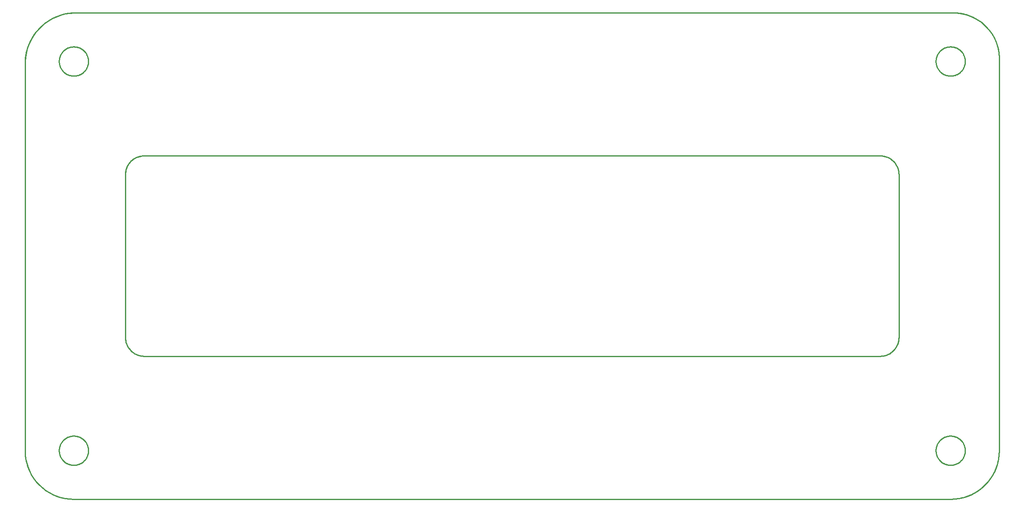
<source format=gko>
G04 EAGLE Gerber RS-274X export*
G75*
%MOMM*%
%FSLAX34Y34*%
%LPD*%
%IN*%
%IPPOS*%
%AMOC8*
5,1,8,0,0,1.08239X$1,22.5*%
G01*
%ADD10C,0.200000*%
%ADD11C,0.000000*%
%ADD12C,0.254000*%


D10*
X-1000000Y-400000D02*
X-999971Y-402416D01*
X-999883Y-404831D01*
X-999737Y-407243D01*
X-999533Y-409651D01*
X-999271Y-412054D01*
X-998951Y-414449D01*
X-998573Y-416836D01*
X-998137Y-419213D01*
X-997644Y-421578D01*
X-997094Y-423932D01*
X-996488Y-426271D01*
X-995825Y-428595D01*
X-995106Y-430902D01*
X-994331Y-433191D01*
X-993502Y-435460D01*
X-992617Y-437709D01*
X-991679Y-439936D01*
X-990687Y-442140D01*
X-989643Y-444319D01*
X-988546Y-446472D01*
X-987397Y-448598D01*
X-986197Y-450696D01*
X-984947Y-452764D01*
X-983647Y-454801D01*
X-982298Y-456806D01*
X-980902Y-458779D01*
X-979458Y-460716D01*
X-977967Y-462619D01*
X-976432Y-464484D01*
X-974851Y-466312D01*
X-973227Y-468102D01*
X-971560Y-469851D01*
X-969851Y-471560D01*
X-968102Y-473227D01*
X-966312Y-474851D01*
X-964484Y-476432D01*
X-962619Y-477967D01*
X-960716Y-479458D01*
X-958779Y-480902D01*
X-956806Y-482298D01*
X-954801Y-483647D01*
X-952764Y-484947D01*
X-950696Y-486197D01*
X-948598Y-487397D01*
X-946472Y-488546D01*
X-944319Y-489643D01*
X-942140Y-490687D01*
X-939936Y-491679D01*
X-937709Y-492617D01*
X-935460Y-493502D01*
X-933191Y-494331D01*
X-930902Y-495106D01*
X-928595Y-495825D01*
X-926271Y-496488D01*
X-923932Y-497094D01*
X-921578Y-497644D01*
X-919213Y-498137D01*
X-916836Y-498573D01*
X-914449Y-498951D01*
X-912054Y-499271D01*
X-909651Y-499533D01*
X-907243Y-499737D01*
X-904831Y-499883D01*
X-902416Y-499971D01*
X-900000Y-500000D01*
X900000Y-500000D01*
X902416Y-499971D01*
X904831Y-499883D01*
X907243Y-499737D01*
X909651Y-499533D01*
X912054Y-499271D01*
X914449Y-498951D01*
X916836Y-498573D01*
X919213Y-498137D01*
X921578Y-497644D01*
X923932Y-497094D01*
X926271Y-496488D01*
X928595Y-495825D01*
X930902Y-495106D01*
X933191Y-494331D01*
X935460Y-493502D01*
X937709Y-492617D01*
X939936Y-491679D01*
X942140Y-490687D01*
X944319Y-489643D01*
X946472Y-488546D01*
X948598Y-487397D01*
X950696Y-486197D01*
X952764Y-484947D01*
X954801Y-483647D01*
X956806Y-482298D01*
X958779Y-480902D01*
X960716Y-479458D01*
X962619Y-477967D01*
X964484Y-476432D01*
X966312Y-474851D01*
X968102Y-473227D01*
X969851Y-471560D01*
X971560Y-469851D01*
X973227Y-468102D01*
X974851Y-466312D01*
X976432Y-464484D01*
X977967Y-462619D01*
X979458Y-460716D01*
X980902Y-458779D01*
X982298Y-456806D01*
X983647Y-454801D01*
X984947Y-452764D01*
X986197Y-450696D01*
X987397Y-448598D01*
X988546Y-446472D01*
X989643Y-444319D01*
X990687Y-442140D01*
X991679Y-439936D01*
X992617Y-437709D01*
X993502Y-435460D01*
X994331Y-433191D01*
X995106Y-430902D01*
X995825Y-428595D01*
X996488Y-426271D01*
X997094Y-423932D01*
X997644Y-421578D01*
X998137Y-419213D01*
X998573Y-416836D01*
X998951Y-414449D01*
X999271Y-412054D01*
X999533Y-409651D01*
X999737Y-407243D01*
X999883Y-404831D01*
X999971Y-402416D01*
X1000000Y-400000D01*
X1000000Y400000D01*
X1000001Y400000D02*
X1000094Y402297D01*
X1000131Y404596D01*
X1000113Y406894D01*
X1000040Y409192D01*
X999911Y411487D01*
X999726Y413779D01*
X999486Y416065D01*
X999191Y418345D01*
X998841Y420617D01*
X998437Y422880D01*
X997977Y425133D01*
X997464Y427374D01*
X996896Y429601D01*
X996275Y431815D01*
X995600Y434013D01*
X994873Y436193D01*
X994093Y438356D01*
X993261Y440499D01*
X992377Y442621D01*
X991442Y444722D01*
X990457Y446799D01*
X989422Y448852D01*
X988338Y450879D01*
X987205Y452879D01*
X986024Y454851D01*
X984796Y456795D01*
X983521Y458708D01*
X982200Y460590D01*
X980835Y462439D01*
X979425Y464254D01*
X977971Y466035D01*
X976475Y467781D01*
X974937Y469490D01*
X973358Y471161D01*
X971740Y472793D01*
X970082Y474386D01*
X968386Y475939D01*
X966654Y477449D01*
X964885Y478918D01*
X963081Y480344D01*
X961244Y481725D01*
X959373Y483062D01*
X957471Y484353D01*
X955539Y485597D01*
X953576Y486795D01*
X951586Y487945D01*
X949568Y489047D01*
X947524Y490099D01*
X945455Y491102D01*
X943363Y492054D01*
X941248Y492956D01*
X939112Y493806D01*
X936956Y494604D01*
X934782Y495350D01*
X932590Y496043D01*
X930382Y496683D01*
X928159Y497270D01*
X925923Y497803D01*
X923674Y498281D01*
X921415Y498705D01*
X919146Y499074D01*
X916868Y499389D01*
X914584Y499648D01*
X912294Y499852D01*
X910000Y500001D01*
X910000Y500000D02*
X-890000Y500000D01*
X-892539Y500090D01*
X-895079Y500119D01*
X-897619Y500086D01*
X-900157Y499992D01*
X-902693Y499837D01*
X-905224Y499621D01*
X-907749Y499343D01*
X-910266Y499005D01*
X-912775Y498605D01*
X-915273Y498145D01*
X-917760Y497625D01*
X-920233Y497046D01*
X-922692Y496406D01*
X-925134Y495707D01*
X-927558Y494950D01*
X-929964Y494134D01*
X-932349Y493260D01*
X-934713Y492329D01*
X-937053Y491341D01*
X-939369Y490297D01*
X-941658Y489197D01*
X-943921Y488042D01*
X-946155Y486832D01*
X-948359Y485569D01*
X-950532Y484254D01*
X-952672Y482886D01*
X-954779Y481466D01*
X-956851Y479997D01*
X-958887Y478477D01*
X-960885Y476909D01*
X-962845Y475293D01*
X-964766Y473630D01*
X-966645Y471922D01*
X-968483Y470168D01*
X-970278Y468370D01*
X-972029Y466530D01*
X-973735Y464648D01*
X-975395Y462725D01*
X-977008Y460763D01*
X-978573Y458762D01*
X-980089Y456724D01*
X-981556Y454650D01*
X-982972Y452541D01*
X-984337Y450398D01*
X-985649Y448223D01*
X-986909Y446017D01*
X-988115Y443781D01*
X-989266Y441517D01*
X-990363Y439226D01*
X-991404Y436909D01*
X-992388Y434567D01*
X-993316Y432202D01*
X-994186Y429816D01*
X-994998Y427409D01*
X-995752Y424983D01*
X-996447Y422540D01*
X-997083Y420080D01*
X-997659Y417606D01*
X-998176Y415119D01*
X-998632Y412620D01*
X-999027Y410111D01*
X-999362Y407593D01*
X-999636Y405067D01*
X-999849Y402536D01*
X-1000000Y400000D01*
X-1000000Y-400000D01*
X-794000Y-167500D02*
X-794000Y167500D01*
X-755500Y-206000D02*
X755500Y-206000D01*
X794000Y-167500D02*
X794000Y167500D01*
X755500Y206000D02*
X-755500Y206000D01*
X-794000Y-167500D02*
X-793989Y-168430D01*
X-793955Y-169360D01*
X-793899Y-170289D01*
X-793820Y-171216D01*
X-793719Y-172141D01*
X-793596Y-173063D01*
X-793450Y-173982D01*
X-793283Y-174897D01*
X-793093Y-175808D01*
X-792881Y-176714D01*
X-792648Y-177614D01*
X-792392Y-178509D01*
X-792116Y-179397D01*
X-791818Y-180278D01*
X-791498Y-181152D01*
X-791158Y-182018D01*
X-790796Y-182876D01*
X-790415Y-183724D01*
X-790012Y-184563D01*
X-789590Y-185392D01*
X-789148Y-186210D01*
X-788686Y-187018D01*
X-788205Y-187814D01*
X-787704Y-188598D01*
X-787185Y-189370D01*
X-786647Y-190130D01*
X-786091Y-190876D01*
X-785517Y-191608D01*
X-784926Y-192326D01*
X-784318Y-193030D01*
X-783692Y-193719D01*
X-783051Y-194393D01*
X-782393Y-195051D01*
X-781719Y-195692D01*
X-781030Y-196318D01*
X-780326Y-196926D01*
X-779608Y-197517D01*
X-778876Y-198091D01*
X-778130Y-198647D01*
X-777370Y-199185D01*
X-776598Y-199704D01*
X-775814Y-200205D01*
X-775018Y-200686D01*
X-774210Y-201148D01*
X-773392Y-201590D01*
X-772563Y-202012D01*
X-771724Y-202415D01*
X-770876Y-202796D01*
X-770018Y-203158D01*
X-769152Y-203498D01*
X-768278Y-203818D01*
X-767397Y-204116D01*
X-766509Y-204392D01*
X-765614Y-204648D01*
X-764714Y-204881D01*
X-763808Y-205093D01*
X-762897Y-205283D01*
X-761982Y-205450D01*
X-761063Y-205596D01*
X-760141Y-205719D01*
X-759216Y-205820D01*
X-758289Y-205899D01*
X-757360Y-205955D01*
X-756430Y-205989D01*
X-755500Y-206000D01*
D11*
X-930000Y400000D02*
X-929991Y400736D01*
X-929964Y401472D01*
X-929919Y402207D01*
X-929856Y402941D01*
X-929774Y403672D01*
X-929675Y404402D01*
X-929558Y405129D01*
X-929424Y405853D01*
X-929271Y406573D01*
X-929101Y407289D01*
X-928913Y408001D01*
X-928708Y408709D01*
X-928486Y409410D01*
X-928246Y410107D01*
X-927990Y410797D01*
X-927716Y411481D01*
X-927426Y412157D01*
X-927120Y412827D01*
X-926797Y413488D01*
X-926458Y414142D01*
X-926103Y414787D01*
X-925732Y415423D01*
X-925346Y416050D01*
X-924944Y416667D01*
X-924528Y417274D01*
X-924096Y417871D01*
X-923650Y418457D01*
X-923190Y419032D01*
X-922716Y419595D01*
X-922229Y420147D01*
X-921727Y420686D01*
X-921213Y421213D01*
X-920686Y421727D01*
X-920147Y422229D01*
X-919595Y422716D01*
X-919032Y423190D01*
X-918457Y423650D01*
X-917871Y424096D01*
X-917274Y424528D01*
X-916667Y424944D01*
X-916050Y425346D01*
X-915423Y425732D01*
X-914787Y426103D01*
X-914142Y426458D01*
X-913488Y426797D01*
X-912827Y427120D01*
X-912157Y427426D01*
X-911481Y427716D01*
X-910797Y427990D01*
X-910107Y428246D01*
X-909410Y428486D01*
X-908709Y428708D01*
X-908001Y428913D01*
X-907289Y429101D01*
X-906573Y429271D01*
X-905853Y429424D01*
X-905129Y429558D01*
X-904402Y429675D01*
X-903672Y429774D01*
X-902941Y429856D01*
X-902207Y429919D01*
X-901472Y429964D01*
X-900736Y429991D01*
X-900000Y430000D01*
X-899264Y429991D01*
X-898528Y429964D01*
X-897793Y429919D01*
X-897059Y429856D01*
X-896328Y429774D01*
X-895598Y429675D01*
X-894871Y429558D01*
X-894147Y429424D01*
X-893427Y429271D01*
X-892711Y429101D01*
X-891999Y428913D01*
X-891291Y428708D01*
X-890590Y428486D01*
X-889893Y428246D01*
X-889203Y427990D01*
X-888519Y427716D01*
X-887843Y427426D01*
X-887173Y427120D01*
X-886512Y426797D01*
X-885858Y426458D01*
X-885213Y426103D01*
X-884577Y425732D01*
X-883950Y425346D01*
X-883333Y424944D01*
X-882726Y424528D01*
X-882129Y424096D01*
X-881543Y423650D01*
X-880968Y423190D01*
X-880405Y422716D01*
X-879853Y422229D01*
X-879314Y421727D01*
X-878787Y421213D01*
X-878273Y420686D01*
X-877771Y420147D01*
X-877284Y419595D01*
X-876810Y419032D01*
X-876350Y418457D01*
X-875904Y417871D01*
X-875472Y417274D01*
X-875056Y416667D01*
X-874654Y416050D01*
X-874268Y415423D01*
X-873897Y414787D01*
X-873542Y414142D01*
X-873203Y413488D01*
X-872880Y412827D01*
X-872574Y412157D01*
X-872284Y411481D01*
X-872010Y410797D01*
X-871754Y410107D01*
X-871514Y409410D01*
X-871292Y408709D01*
X-871087Y408001D01*
X-870899Y407289D01*
X-870729Y406573D01*
X-870576Y405853D01*
X-870442Y405129D01*
X-870325Y404402D01*
X-870226Y403672D01*
X-870144Y402941D01*
X-870081Y402207D01*
X-870036Y401472D01*
X-870009Y400736D01*
X-870000Y400000D01*
X-870009Y399264D01*
X-870036Y398528D01*
X-870081Y397793D01*
X-870144Y397059D01*
X-870226Y396328D01*
X-870325Y395598D01*
X-870442Y394871D01*
X-870576Y394147D01*
X-870729Y393427D01*
X-870899Y392711D01*
X-871087Y391999D01*
X-871292Y391291D01*
X-871514Y390590D01*
X-871754Y389893D01*
X-872010Y389203D01*
X-872284Y388519D01*
X-872574Y387843D01*
X-872880Y387173D01*
X-873203Y386512D01*
X-873542Y385858D01*
X-873897Y385213D01*
X-874268Y384577D01*
X-874654Y383950D01*
X-875056Y383333D01*
X-875472Y382726D01*
X-875904Y382129D01*
X-876350Y381543D01*
X-876810Y380968D01*
X-877284Y380405D01*
X-877771Y379853D01*
X-878273Y379314D01*
X-878787Y378787D01*
X-879314Y378273D01*
X-879853Y377771D01*
X-880405Y377284D01*
X-880968Y376810D01*
X-881543Y376350D01*
X-882129Y375904D01*
X-882726Y375472D01*
X-883333Y375056D01*
X-883950Y374654D01*
X-884577Y374268D01*
X-885213Y373897D01*
X-885858Y373542D01*
X-886512Y373203D01*
X-887173Y372880D01*
X-887843Y372574D01*
X-888519Y372284D01*
X-889203Y372010D01*
X-889893Y371754D01*
X-890590Y371514D01*
X-891291Y371292D01*
X-891999Y371087D01*
X-892711Y370899D01*
X-893427Y370729D01*
X-894147Y370576D01*
X-894871Y370442D01*
X-895598Y370325D01*
X-896328Y370226D01*
X-897059Y370144D01*
X-897793Y370081D01*
X-898528Y370036D01*
X-899264Y370009D01*
X-900000Y370000D01*
X-900736Y370009D01*
X-901472Y370036D01*
X-902207Y370081D01*
X-902941Y370144D01*
X-903672Y370226D01*
X-904402Y370325D01*
X-905129Y370442D01*
X-905853Y370576D01*
X-906573Y370729D01*
X-907289Y370899D01*
X-908001Y371087D01*
X-908709Y371292D01*
X-909410Y371514D01*
X-910107Y371754D01*
X-910797Y372010D01*
X-911481Y372284D01*
X-912157Y372574D01*
X-912827Y372880D01*
X-913488Y373203D01*
X-914142Y373542D01*
X-914787Y373897D01*
X-915423Y374268D01*
X-916050Y374654D01*
X-916667Y375056D01*
X-917274Y375472D01*
X-917871Y375904D01*
X-918457Y376350D01*
X-919032Y376810D01*
X-919595Y377284D01*
X-920147Y377771D01*
X-920686Y378273D01*
X-921213Y378787D01*
X-921727Y379314D01*
X-922229Y379853D01*
X-922716Y380405D01*
X-923190Y380968D01*
X-923650Y381543D01*
X-924096Y382129D01*
X-924528Y382726D01*
X-924944Y383333D01*
X-925346Y383950D01*
X-925732Y384577D01*
X-926103Y385213D01*
X-926458Y385858D01*
X-926797Y386512D01*
X-927120Y387173D01*
X-927426Y387843D01*
X-927716Y388519D01*
X-927990Y389203D01*
X-928246Y389893D01*
X-928486Y390590D01*
X-928708Y391291D01*
X-928913Y391999D01*
X-929101Y392711D01*
X-929271Y393427D01*
X-929424Y394147D01*
X-929558Y394871D01*
X-929675Y395598D01*
X-929774Y396328D01*
X-929856Y397059D01*
X-929919Y397793D01*
X-929964Y398528D01*
X-929991Y399264D01*
X-930000Y400000D01*
X870000Y400000D02*
X870009Y400736D01*
X870036Y401472D01*
X870081Y402207D01*
X870144Y402941D01*
X870226Y403672D01*
X870325Y404402D01*
X870442Y405129D01*
X870576Y405853D01*
X870729Y406573D01*
X870899Y407289D01*
X871087Y408001D01*
X871292Y408709D01*
X871514Y409410D01*
X871754Y410107D01*
X872010Y410797D01*
X872284Y411481D01*
X872574Y412157D01*
X872880Y412827D01*
X873203Y413488D01*
X873542Y414142D01*
X873897Y414787D01*
X874268Y415423D01*
X874654Y416050D01*
X875056Y416667D01*
X875472Y417274D01*
X875904Y417871D01*
X876350Y418457D01*
X876810Y419032D01*
X877284Y419595D01*
X877771Y420147D01*
X878273Y420686D01*
X878787Y421213D01*
X879314Y421727D01*
X879853Y422229D01*
X880405Y422716D01*
X880968Y423190D01*
X881543Y423650D01*
X882129Y424096D01*
X882726Y424528D01*
X883333Y424944D01*
X883950Y425346D01*
X884577Y425732D01*
X885213Y426103D01*
X885858Y426458D01*
X886512Y426797D01*
X887173Y427120D01*
X887843Y427426D01*
X888519Y427716D01*
X889203Y427990D01*
X889893Y428246D01*
X890590Y428486D01*
X891291Y428708D01*
X891999Y428913D01*
X892711Y429101D01*
X893427Y429271D01*
X894147Y429424D01*
X894871Y429558D01*
X895598Y429675D01*
X896328Y429774D01*
X897059Y429856D01*
X897793Y429919D01*
X898528Y429964D01*
X899264Y429991D01*
X900000Y430000D01*
X900736Y429991D01*
X901472Y429964D01*
X902207Y429919D01*
X902941Y429856D01*
X903672Y429774D01*
X904402Y429675D01*
X905129Y429558D01*
X905853Y429424D01*
X906573Y429271D01*
X907289Y429101D01*
X908001Y428913D01*
X908709Y428708D01*
X909410Y428486D01*
X910107Y428246D01*
X910797Y427990D01*
X911481Y427716D01*
X912157Y427426D01*
X912827Y427120D01*
X913488Y426797D01*
X914142Y426458D01*
X914787Y426103D01*
X915423Y425732D01*
X916050Y425346D01*
X916667Y424944D01*
X917274Y424528D01*
X917871Y424096D01*
X918457Y423650D01*
X919032Y423190D01*
X919595Y422716D01*
X920147Y422229D01*
X920686Y421727D01*
X921213Y421213D01*
X921727Y420686D01*
X922229Y420147D01*
X922716Y419595D01*
X923190Y419032D01*
X923650Y418457D01*
X924096Y417871D01*
X924528Y417274D01*
X924944Y416667D01*
X925346Y416050D01*
X925732Y415423D01*
X926103Y414787D01*
X926458Y414142D01*
X926797Y413488D01*
X927120Y412827D01*
X927426Y412157D01*
X927716Y411481D01*
X927990Y410797D01*
X928246Y410107D01*
X928486Y409410D01*
X928708Y408709D01*
X928913Y408001D01*
X929101Y407289D01*
X929271Y406573D01*
X929424Y405853D01*
X929558Y405129D01*
X929675Y404402D01*
X929774Y403672D01*
X929856Y402941D01*
X929919Y402207D01*
X929964Y401472D01*
X929991Y400736D01*
X930000Y400000D01*
X929991Y399264D01*
X929964Y398528D01*
X929919Y397793D01*
X929856Y397059D01*
X929774Y396328D01*
X929675Y395598D01*
X929558Y394871D01*
X929424Y394147D01*
X929271Y393427D01*
X929101Y392711D01*
X928913Y391999D01*
X928708Y391291D01*
X928486Y390590D01*
X928246Y389893D01*
X927990Y389203D01*
X927716Y388519D01*
X927426Y387843D01*
X927120Y387173D01*
X926797Y386512D01*
X926458Y385858D01*
X926103Y385213D01*
X925732Y384577D01*
X925346Y383950D01*
X924944Y383333D01*
X924528Y382726D01*
X924096Y382129D01*
X923650Y381543D01*
X923190Y380968D01*
X922716Y380405D01*
X922229Y379853D01*
X921727Y379314D01*
X921213Y378787D01*
X920686Y378273D01*
X920147Y377771D01*
X919595Y377284D01*
X919032Y376810D01*
X918457Y376350D01*
X917871Y375904D01*
X917274Y375472D01*
X916667Y375056D01*
X916050Y374654D01*
X915423Y374268D01*
X914787Y373897D01*
X914142Y373542D01*
X913488Y373203D01*
X912827Y372880D01*
X912157Y372574D01*
X911481Y372284D01*
X910797Y372010D01*
X910107Y371754D01*
X909410Y371514D01*
X908709Y371292D01*
X908001Y371087D01*
X907289Y370899D01*
X906573Y370729D01*
X905853Y370576D01*
X905129Y370442D01*
X904402Y370325D01*
X903672Y370226D01*
X902941Y370144D01*
X902207Y370081D01*
X901472Y370036D01*
X900736Y370009D01*
X900000Y370000D01*
X899264Y370009D01*
X898528Y370036D01*
X897793Y370081D01*
X897059Y370144D01*
X896328Y370226D01*
X895598Y370325D01*
X894871Y370442D01*
X894147Y370576D01*
X893427Y370729D01*
X892711Y370899D01*
X891999Y371087D01*
X891291Y371292D01*
X890590Y371514D01*
X889893Y371754D01*
X889203Y372010D01*
X888519Y372284D01*
X887843Y372574D01*
X887173Y372880D01*
X886512Y373203D01*
X885858Y373542D01*
X885213Y373897D01*
X884577Y374268D01*
X883950Y374654D01*
X883333Y375056D01*
X882726Y375472D01*
X882129Y375904D01*
X881543Y376350D01*
X880968Y376810D01*
X880405Y377284D01*
X879853Y377771D01*
X879314Y378273D01*
X878787Y378787D01*
X878273Y379314D01*
X877771Y379853D01*
X877284Y380405D01*
X876810Y380968D01*
X876350Y381543D01*
X875904Y382129D01*
X875472Y382726D01*
X875056Y383333D01*
X874654Y383950D01*
X874268Y384577D01*
X873897Y385213D01*
X873542Y385858D01*
X873203Y386512D01*
X872880Y387173D01*
X872574Y387843D01*
X872284Y388519D01*
X872010Y389203D01*
X871754Y389893D01*
X871514Y390590D01*
X871292Y391291D01*
X871087Y391999D01*
X870899Y392711D01*
X870729Y393427D01*
X870576Y394147D01*
X870442Y394871D01*
X870325Y395598D01*
X870226Y396328D01*
X870144Y397059D01*
X870081Y397793D01*
X870036Y398528D01*
X870009Y399264D01*
X870000Y400000D01*
X870000Y-400000D02*
X870009Y-399264D01*
X870036Y-398528D01*
X870081Y-397793D01*
X870144Y-397059D01*
X870226Y-396328D01*
X870325Y-395598D01*
X870442Y-394871D01*
X870576Y-394147D01*
X870729Y-393427D01*
X870899Y-392711D01*
X871087Y-391999D01*
X871292Y-391291D01*
X871514Y-390590D01*
X871754Y-389893D01*
X872010Y-389203D01*
X872284Y-388519D01*
X872574Y-387843D01*
X872880Y-387173D01*
X873203Y-386512D01*
X873542Y-385858D01*
X873897Y-385213D01*
X874268Y-384577D01*
X874654Y-383950D01*
X875056Y-383333D01*
X875472Y-382726D01*
X875904Y-382129D01*
X876350Y-381543D01*
X876810Y-380968D01*
X877284Y-380405D01*
X877771Y-379853D01*
X878273Y-379314D01*
X878787Y-378787D01*
X879314Y-378273D01*
X879853Y-377771D01*
X880405Y-377284D01*
X880968Y-376810D01*
X881543Y-376350D01*
X882129Y-375904D01*
X882726Y-375472D01*
X883333Y-375056D01*
X883950Y-374654D01*
X884577Y-374268D01*
X885213Y-373897D01*
X885858Y-373542D01*
X886512Y-373203D01*
X887173Y-372880D01*
X887843Y-372574D01*
X888519Y-372284D01*
X889203Y-372010D01*
X889893Y-371754D01*
X890590Y-371514D01*
X891291Y-371292D01*
X891999Y-371087D01*
X892711Y-370899D01*
X893427Y-370729D01*
X894147Y-370576D01*
X894871Y-370442D01*
X895598Y-370325D01*
X896328Y-370226D01*
X897059Y-370144D01*
X897793Y-370081D01*
X898528Y-370036D01*
X899264Y-370009D01*
X900000Y-370000D01*
X900736Y-370009D01*
X901472Y-370036D01*
X902207Y-370081D01*
X902941Y-370144D01*
X903672Y-370226D01*
X904402Y-370325D01*
X905129Y-370442D01*
X905853Y-370576D01*
X906573Y-370729D01*
X907289Y-370899D01*
X908001Y-371087D01*
X908709Y-371292D01*
X909410Y-371514D01*
X910107Y-371754D01*
X910797Y-372010D01*
X911481Y-372284D01*
X912157Y-372574D01*
X912827Y-372880D01*
X913488Y-373203D01*
X914142Y-373542D01*
X914787Y-373897D01*
X915423Y-374268D01*
X916050Y-374654D01*
X916667Y-375056D01*
X917274Y-375472D01*
X917871Y-375904D01*
X918457Y-376350D01*
X919032Y-376810D01*
X919595Y-377284D01*
X920147Y-377771D01*
X920686Y-378273D01*
X921213Y-378787D01*
X921727Y-379314D01*
X922229Y-379853D01*
X922716Y-380405D01*
X923190Y-380968D01*
X923650Y-381543D01*
X924096Y-382129D01*
X924528Y-382726D01*
X924944Y-383333D01*
X925346Y-383950D01*
X925732Y-384577D01*
X926103Y-385213D01*
X926458Y-385858D01*
X926797Y-386512D01*
X927120Y-387173D01*
X927426Y-387843D01*
X927716Y-388519D01*
X927990Y-389203D01*
X928246Y-389893D01*
X928486Y-390590D01*
X928708Y-391291D01*
X928913Y-391999D01*
X929101Y-392711D01*
X929271Y-393427D01*
X929424Y-394147D01*
X929558Y-394871D01*
X929675Y-395598D01*
X929774Y-396328D01*
X929856Y-397059D01*
X929919Y-397793D01*
X929964Y-398528D01*
X929991Y-399264D01*
X930000Y-400000D01*
X929991Y-400736D01*
X929964Y-401472D01*
X929919Y-402207D01*
X929856Y-402941D01*
X929774Y-403672D01*
X929675Y-404402D01*
X929558Y-405129D01*
X929424Y-405853D01*
X929271Y-406573D01*
X929101Y-407289D01*
X928913Y-408001D01*
X928708Y-408709D01*
X928486Y-409410D01*
X928246Y-410107D01*
X927990Y-410797D01*
X927716Y-411481D01*
X927426Y-412157D01*
X927120Y-412827D01*
X926797Y-413488D01*
X926458Y-414142D01*
X926103Y-414787D01*
X925732Y-415423D01*
X925346Y-416050D01*
X924944Y-416667D01*
X924528Y-417274D01*
X924096Y-417871D01*
X923650Y-418457D01*
X923190Y-419032D01*
X922716Y-419595D01*
X922229Y-420147D01*
X921727Y-420686D01*
X921213Y-421213D01*
X920686Y-421727D01*
X920147Y-422229D01*
X919595Y-422716D01*
X919032Y-423190D01*
X918457Y-423650D01*
X917871Y-424096D01*
X917274Y-424528D01*
X916667Y-424944D01*
X916050Y-425346D01*
X915423Y-425732D01*
X914787Y-426103D01*
X914142Y-426458D01*
X913488Y-426797D01*
X912827Y-427120D01*
X912157Y-427426D01*
X911481Y-427716D01*
X910797Y-427990D01*
X910107Y-428246D01*
X909410Y-428486D01*
X908709Y-428708D01*
X908001Y-428913D01*
X907289Y-429101D01*
X906573Y-429271D01*
X905853Y-429424D01*
X905129Y-429558D01*
X904402Y-429675D01*
X903672Y-429774D01*
X902941Y-429856D01*
X902207Y-429919D01*
X901472Y-429964D01*
X900736Y-429991D01*
X900000Y-430000D01*
X899264Y-429991D01*
X898528Y-429964D01*
X897793Y-429919D01*
X897059Y-429856D01*
X896328Y-429774D01*
X895598Y-429675D01*
X894871Y-429558D01*
X894147Y-429424D01*
X893427Y-429271D01*
X892711Y-429101D01*
X891999Y-428913D01*
X891291Y-428708D01*
X890590Y-428486D01*
X889893Y-428246D01*
X889203Y-427990D01*
X888519Y-427716D01*
X887843Y-427426D01*
X887173Y-427120D01*
X886512Y-426797D01*
X885858Y-426458D01*
X885213Y-426103D01*
X884577Y-425732D01*
X883950Y-425346D01*
X883333Y-424944D01*
X882726Y-424528D01*
X882129Y-424096D01*
X881543Y-423650D01*
X880968Y-423190D01*
X880405Y-422716D01*
X879853Y-422229D01*
X879314Y-421727D01*
X878787Y-421213D01*
X878273Y-420686D01*
X877771Y-420147D01*
X877284Y-419595D01*
X876810Y-419032D01*
X876350Y-418457D01*
X875904Y-417871D01*
X875472Y-417274D01*
X875056Y-416667D01*
X874654Y-416050D01*
X874268Y-415423D01*
X873897Y-414787D01*
X873542Y-414142D01*
X873203Y-413488D01*
X872880Y-412827D01*
X872574Y-412157D01*
X872284Y-411481D01*
X872010Y-410797D01*
X871754Y-410107D01*
X871514Y-409410D01*
X871292Y-408709D01*
X871087Y-408001D01*
X870899Y-407289D01*
X870729Y-406573D01*
X870576Y-405853D01*
X870442Y-405129D01*
X870325Y-404402D01*
X870226Y-403672D01*
X870144Y-402941D01*
X870081Y-402207D01*
X870036Y-401472D01*
X870009Y-400736D01*
X870000Y-400000D01*
X-930000Y-400000D02*
X-929991Y-399264D01*
X-929964Y-398528D01*
X-929919Y-397793D01*
X-929856Y-397059D01*
X-929774Y-396328D01*
X-929675Y-395598D01*
X-929558Y-394871D01*
X-929424Y-394147D01*
X-929271Y-393427D01*
X-929101Y-392711D01*
X-928913Y-391999D01*
X-928708Y-391291D01*
X-928486Y-390590D01*
X-928246Y-389893D01*
X-927990Y-389203D01*
X-927716Y-388519D01*
X-927426Y-387843D01*
X-927120Y-387173D01*
X-926797Y-386512D01*
X-926458Y-385858D01*
X-926103Y-385213D01*
X-925732Y-384577D01*
X-925346Y-383950D01*
X-924944Y-383333D01*
X-924528Y-382726D01*
X-924096Y-382129D01*
X-923650Y-381543D01*
X-923190Y-380968D01*
X-922716Y-380405D01*
X-922229Y-379853D01*
X-921727Y-379314D01*
X-921213Y-378787D01*
X-920686Y-378273D01*
X-920147Y-377771D01*
X-919595Y-377284D01*
X-919032Y-376810D01*
X-918457Y-376350D01*
X-917871Y-375904D01*
X-917274Y-375472D01*
X-916667Y-375056D01*
X-916050Y-374654D01*
X-915423Y-374268D01*
X-914787Y-373897D01*
X-914142Y-373542D01*
X-913488Y-373203D01*
X-912827Y-372880D01*
X-912157Y-372574D01*
X-911481Y-372284D01*
X-910797Y-372010D01*
X-910107Y-371754D01*
X-909410Y-371514D01*
X-908709Y-371292D01*
X-908001Y-371087D01*
X-907289Y-370899D01*
X-906573Y-370729D01*
X-905853Y-370576D01*
X-905129Y-370442D01*
X-904402Y-370325D01*
X-903672Y-370226D01*
X-902941Y-370144D01*
X-902207Y-370081D01*
X-901472Y-370036D01*
X-900736Y-370009D01*
X-900000Y-370000D01*
X-899264Y-370009D01*
X-898528Y-370036D01*
X-897793Y-370081D01*
X-897059Y-370144D01*
X-896328Y-370226D01*
X-895598Y-370325D01*
X-894871Y-370442D01*
X-894147Y-370576D01*
X-893427Y-370729D01*
X-892711Y-370899D01*
X-891999Y-371087D01*
X-891291Y-371292D01*
X-890590Y-371514D01*
X-889893Y-371754D01*
X-889203Y-372010D01*
X-888519Y-372284D01*
X-887843Y-372574D01*
X-887173Y-372880D01*
X-886512Y-373203D01*
X-885858Y-373542D01*
X-885213Y-373897D01*
X-884577Y-374268D01*
X-883950Y-374654D01*
X-883333Y-375056D01*
X-882726Y-375472D01*
X-882129Y-375904D01*
X-881543Y-376350D01*
X-880968Y-376810D01*
X-880405Y-377284D01*
X-879853Y-377771D01*
X-879314Y-378273D01*
X-878787Y-378787D01*
X-878273Y-379314D01*
X-877771Y-379853D01*
X-877284Y-380405D01*
X-876810Y-380968D01*
X-876350Y-381543D01*
X-875904Y-382129D01*
X-875472Y-382726D01*
X-875056Y-383333D01*
X-874654Y-383950D01*
X-874268Y-384577D01*
X-873897Y-385213D01*
X-873542Y-385858D01*
X-873203Y-386512D01*
X-872880Y-387173D01*
X-872574Y-387843D01*
X-872284Y-388519D01*
X-872010Y-389203D01*
X-871754Y-389893D01*
X-871514Y-390590D01*
X-871292Y-391291D01*
X-871087Y-391999D01*
X-870899Y-392711D01*
X-870729Y-393427D01*
X-870576Y-394147D01*
X-870442Y-394871D01*
X-870325Y-395598D01*
X-870226Y-396328D01*
X-870144Y-397059D01*
X-870081Y-397793D01*
X-870036Y-398528D01*
X-870009Y-399264D01*
X-870000Y-400000D01*
X-870009Y-400736D01*
X-870036Y-401472D01*
X-870081Y-402207D01*
X-870144Y-402941D01*
X-870226Y-403672D01*
X-870325Y-404402D01*
X-870442Y-405129D01*
X-870576Y-405853D01*
X-870729Y-406573D01*
X-870899Y-407289D01*
X-871087Y-408001D01*
X-871292Y-408709D01*
X-871514Y-409410D01*
X-871754Y-410107D01*
X-872010Y-410797D01*
X-872284Y-411481D01*
X-872574Y-412157D01*
X-872880Y-412827D01*
X-873203Y-413488D01*
X-873542Y-414142D01*
X-873897Y-414787D01*
X-874268Y-415423D01*
X-874654Y-416050D01*
X-875056Y-416667D01*
X-875472Y-417274D01*
X-875904Y-417871D01*
X-876350Y-418457D01*
X-876810Y-419032D01*
X-877284Y-419595D01*
X-877771Y-420147D01*
X-878273Y-420686D01*
X-878787Y-421213D01*
X-879314Y-421727D01*
X-879853Y-422229D01*
X-880405Y-422716D01*
X-880968Y-423190D01*
X-881543Y-423650D01*
X-882129Y-424096D01*
X-882726Y-424528D01*
X-883333Y-424944D01*
X-883950Y-425346D01*
X-884577Y-425732D01*
X-885213Y-426103D01*
X-885858Y-426458D01*
X-886512Y-426797D01*
X-887173Y-427120D01*
X-887843Y-427426D01*
X-888519Y-427716D01*
X-889203Y-427990D01*
X-889893Y-428246D01*
X-890590Y-428486D01*
X-891291Y-428708D01*
X-891999Y-428913D01*
X-892711Y-429101D01*
X-893427Y-429271D01*
X-894147Y-429424D01*
X-894871Y-429558D01*
X-895598Y-429675D01*
X-896328Y-429774D01*
X-897059Y-429856D01*
X-897793Y-429919D01*
X-898528Y-429964D01*
X-899264Y-429991D01*
X-900000Y-430000D01*
X-900736Y-429991D01*
X-901472Y-429964D01*
X-902207Y-429919D01*
X-902941Y-429856D01*
X-903672Y-429774D01*
X-904402Y-429675D01*
X-905129Y-429558D01*
X-905853Y-429424D01*
X-906573Y-429271D01*
X-907289Y-429101D01*
X-908001Y-428913D01*
X-908709Y-428708D01*
X-909410Y-428486D01*
X-910107Y-428246D01*
X-910797Y-427990D01*
X-911481Y-427716D01*
X-912157Y-427426D01*
X-912827Y-427120D01*
X-913488Y-426797D01*
X-914142Y-426458D01*
X-914787Y-426103D01*
X-915423Y-425732D01*
X-916050Y-425346D01*
X-916667Y-424944D01*
X-917274Y-424528D01*
X-917871Y-424096D01*
X-918457Y-423650D01*
X-919032Y-423190D01*
X-919595Y-422716D01*
X-920147Y-422229D01*
X-920686Y-421727D01*
X-921213Y-421213D01*
X-921727Y-420686D01*
X-922229Y-420147D01*
X-922716Y-419595D01*
X-923190Y-419032D01*
X-923650Y-418457D01*
X-924096Y-417871D01*
X-924528Y-417274D01*
X-924944Y-416667D01*
X-925346Y-416050D01*
X-925732Y-415423D01*
X-926103Y-414787D01*
X-926458Y-414142D01*
X-926797Y-413488D01*
X-927120Y-412827D01*
X-927426Y-412157D01*
X-927716Y-411481D01*
X-927990Y-410797D01*
X-928246Y-410107D01*
X-928486Y-409410D01*
X-928708Y-408709D01*
X-928913Y-408001D01*
X-929101Y-407289D01*
X-929271Y-406573D01*
X-929424Y-405853D01*
X-929558Y-405129D01*
X-929675Y-404402D01*
X-929774Y-403672D01*
X-929856Y-402941D01*
X-929919Y-402207D01*
X-929964Y-401472D01*
X-929991Y-400736D01*
X-930000Y-400000D01*
D10*
X755500Y-206000D02*
X756430Y-205989D01*
X757360Y-205955D01*
X758289Y-205899D01*
X759216Y-205820D01*
X760141Y-205719D01*
X761063Y-205596D01*
X761982Y-205450D01*
X762897Y-205283D01*
X763808Y-205093D01*
X764714Y-204881D01*
X765614Y-204648D01*
X766509Y-204392D01*
X767397Y-204116D01*
X768278Y-203818D01*
X769152Y-203498D01*
X770018Y-203158D01*
X770876Y-202796D01*
X771724Y-202415D01*
X772563Y-202012D01*
X773392Y-201590D01*
X774210Y-201148D01*
X775018Y-200686D01*
X775814Y-200205D01*
X776598Y-199704D01*
X777370Y-199185D01*
X778130Y-198647D01*
X778876Y-198091D01*
X779608Y-197517D01*
X780326Y-196926D01*
X781030Y-196318D01*
X781719Y-195692D01*
X782393Y-195051D01*
X783051Y-194393D01*
X783692Y-193719D01*
X784318Y-193030D01*
X784926Y-192326D01*
X785517Y-191608D01*
X786091Y-190876D01*
X786647Y-190130D01*
X787185Y-189370D01*
X787704Y-188598D01*
X788205Y-187814D01*
X788686Y-187018D01*
X789148Y-186210D01*
X789590Y-185392D01*
X790012Y-184563D01*
X790415Y-183724D01*
X790796Y-182876D01*
X791158Y-182018D01*
X791498Y-181152D01*
X791818Y-180278D01*
X792116Y-179397D01*
X792392Y-178509D01*
X792648Y-177614D01*
X792881Y-176714D01*
X793093Y-175808D01*
X793283Y-174897D01*
X793450Y-173982D01*
X793596Y-173063D01*
X793719Y-172141D01*
X793820Y-171216D01*
X793899Y-170289D01*
X793955Y-169360D01*
X793989Y-168430D01*
X794000Y-167500D01*
X794000Y167500D02*
X793989Y168430D01*
X793955Y169360D01*
X793899Y170289D01*
X793820Y171216D01*
X793719Y172141D01*
X793596Y173063D01*
X793450Y173982D01*
X793283Y174897D01*
X793093Y175808D01*
X792881Y176714D01*
X792648Y177614D01*
X792392Y178509D01*
X792116Y179397D01*
X791818Y180278D01*
X791498Y181152D01*
X791158Y182018D01*
X790796Y182876D01*
X790415Y183724D01*
X790012Y184563D01*
X789590Y185392D01*
X789148Y186210D01*
X788686Y187018D01*
X788205Y187814D01*
X787704Y188598D01*
X787185Y189370D01*
X786647Y190130D01*
X786091Y190876D01*
X785517Y191608D01*
X784926Y192326D01*
X784318Y193030D01*
X783692Y193719D01*
X783051Y194393D01*
X782393Y195051D01*
X781719Y195692D01*
X781030Y196318D01*
X780326Y196926D01*
X779608Y197517D01*
X778876Y198091D01*
X778130Y198647D01*
X777370Y199185D01*
X776598Y199704D01*
X775814Y200205D01*
X775018Y200686D01*
X774210Y201148D01*
X773392Y201590D01*
X772563Y202012D01*
X771724Y202415D01*
X770876Y202796D01*
X770018Y203158D01*
X769152Y203498D01*
X768278Y203818D01*
X767397Y204116D01*
X766509Y204392D01*
X765614Y204648D01*
X764714Y204881D01*
X763808Y205093D01*
X762897Y205283D01*
X761982Y205450D01*
X761063Y205596D01*
X760141Y205719D01*
X759216Y205820D01*
X758289Y205899D01*
X757360Y205955D01*
X756430Y205989D01*
X755500Y206000D01*
X-755500Y206000D02*
X-756430Y205989D01*
X-757360Y205955D01*
X-758289Y205899D01*
X-759216Y205820D01*
X-760141Y205719D01*
X-761063Y205596D01*
X-761982Y205450D01*
X-762897Y205283D01*
X-763808Y205093D01*
X-764714Y204881D01*
X-765614Y204648D01*
X-766509Y204392D01*
X-767397Y204116D01*
X-768278Y203818D01*
X-769152Y203498D01*
X-770018Y203158D01*
X-770876Y202796D01*
X-771724Y202415D01*
X-772563Y202012D01*
X-773392Y201590D01*
X-774210Y201148D01*
X-775018Y200686D01*
X-775814Y200205D01*
X-776598Y199704D01*
X-777370Y199185D01*
X-778130Y198647D01*
X-778876Y198091D01*
X-779608Y197517D01*
X-780326Y196926D01*
X-781030Y196318D01*
X-781719Y195692D01*
X-782393Y195051D01*
X-783051Y194393D01*
X-783692Y193719D01*
X-784318Y193030D01*
X-784926Y192326D01*
X-785517Y191608D01*
X-786091Y190876D01*
X-786647Y190130D01*
X-787185Y189370D01*
X-787704Y188598D01*
X-788205Y187814D01*
X-788686Y187018D01*
X-789148Y186210D01*
X-789590Y185392D01*
X-790012Y184563D01*
X-790415Y183724D01*
X-790796Y182876D01*
X-791158Y182018D01*
X-791498Y181152D01*
X-791818Y180278D01*
X-792116Y179397D01*
X-792392Y178509D01*
X-792648Y177614D01*
X-792881Y176714D01*
X-793093Y175808D01*
X-793283Y174897D01*
X-793450Y173982D01*
X-793596Y173063D01*
X-793719Y172141D01*
X-793820Y171216D01*
X-793899Y170289D01*
X-793955Y169360D01*
X-793989Y168430D01*
X-794000Y167500D01*
D12*
X-1000000Y-400000D02*
X-999619Y-408716D01*
X-998481Y-417365D01*
X-996593Y-425882D01*
X-993969Y-434202D01*
X-990631Y-442262D01*
X-986603Y-450000D01*
X-981915Y-457358D01*
X-976604Y-464279D01*
X-970711Y-470711D01*
X-964279Y-476604D01*
X-957358Y-481915D01*
X-950000Y-486603D01*
X-942262Y-490631D01*
X-934202Y-493969D01*
X-925882Y-496593D01*
X-917365Y-498481D01*
X-908716Y-499619D01*
X-900000Y-500000D01*
X900000Y-500000D01*
X908716Y-499619D01*
X917365Y-498481D01*
X925882Y-496593D01*
X934202Y-493969D01*
X942262Y-490631D01*
X950000Y-486603D01*
X957358Y-481915D01*
X964279Y-476604D01*
X970711Y-470711D01*
X976604Y-464279D01*
X981915Y-457358D01*
X986603Y-450000D01*
X990631Y-442262D01*
X993969Y-434202D01*
X996593Y-425882D01*
X998481Y-417365D01*
X999619Y-408716D01*
X1000000Y-400000D01*
X1000000Y400000D01*
X1000074Y408299D01*
X999425Y416573D01*
X998057Y424758D01*
X995981Y432793D01*
X993212Y440617D01*
X989772Y448170D01*
X985687Y455394D01*
X980988Y462235D01*
X975711Y468640D01*
X969895Y474560D01*
X963586Y479952D01*
X956830Y484772D01*
X949680Y488986D01*
X942190Y492561D01*
X934417Y495469D01*
X926421Y497689D01*
X918261Y499203D01*
X910000Y500000D01*
X-890000Y500000D01*
X-899170Y500036D01*
X-908309Y499273D01*
X-917346Y497716D01*
X-926214Y495378D01*
X-934843Y492275D01*
X-943170Y488433D01*
X-951130Y483879D01*
X-958662Y478649D01*
X-965711Y472782D01*
X-972221Y466323D01*
X-978143Y459321D01*
X-983433Y451830D01*
X-988049Y443906D01*
X-991958Y435611D01*
X-995128Y427006D01*
X-997537Y418157D01*
X-999165Y409132D01*
X-1000000Y400000D01*
X-1000000Y-400000D01*
X-794000Y-167500D02*
X-793854Y-170856D01*
X-793415Y-174185D01*
X-792688Y-177465D01*
X-791678Y-180668D01*
X-790393Y-183771D01*
X-788842Y-186750D01*
X-787037Y-189583D01*
X-784993Y-192247D01*
X-782724Y-194724D01*
X-780247Y-196993D01*
X-777583Y-199037D01*
X-774750Y-200842D01*
X-771771Y-202393D01*
X-768668Y-203678D01*
X-765465Y-204688D01*
X-762185Y-205415D01*
X-758856Y-205854D01*
X-755500Y-206000D01*
X755500Y-206000D01*
X758856Y-205854D01*
X762185Y-205415D01*
X765465Y-204688D01*
X768668Y-203678D01*
X771771Y-202393D01*
X774750Y-200842D01*
X777583Y-199037D01*
X780247Y-196993D01*
X782724Y-194724D01*
X784993Y-192247D01*
X787037Y-189583D01*
X788842Y-186750D01*
X790393Y-183771D01*
X791678Y-180668D01*
X792688Y-177465D01*
X793415Y-174185D01*
X793854Y-170856D01*
X794000Y-167500D01*
X794000Y167500D01*
X793854Y170856D01*
X793415Y174185D01*
X792688Y177465D01*
X791678Y180668D01*
X790393Y183771D01*
X788842Y186750D01*
X787037Y189583D01*
X784993Y192247D01*
X782724Y194724D01*
X780247Y196993D01*
X777583Y199037D01*
X774750Y200842D01*
X771771Y202393D01*
X768668Y203678D01*
X765465Y204688D01*
X762185Y205415D01*
X758856Y205854D01*
X755500Y206000D01*
X-755500Y206000D01*
X-758856Y205854D01*
X-762185Y205415D01*
X-765465Y204688D01*
X-768668Y203678D01*
X-771771Y202393D01*
X-774750Y200842D01*
X-777583Y199037D01*
X-780247Y196993D01*
X-782724Y194724D01*
X-784993Y192247D01*
X-787037Y189583D01*
X-788842Y186750D01*
X-790393Y183771D01*
X-791678Y180668D01*
X-792688Y177465D01*
X-793415Y174185D01*
X-793854Y170856D01*
X-794000Y167500D01*
X-794000Y-167500D01*
X-870000Y399264D02*
X-870072Y397792D01*
X-870217Y396327D01*
X-870433Y394870D01*
X-870720Y393425D01*
X-871078Y391996D01*
X-871506Y390587D01*
X-872002Y389200D01*
X-872565Y387839D01*
X-873195Y386508D01*
X-873890Y385209D01*
X-874647Y383945D01*
X-875465Y382721D01*
X-876342Y381538D01*
X-877277Y380399D01*
X-878266Y379308D01*
X-879308Y378266D01*
X-880399Y377277D01*
X-881538Y376342D01*
X-882721Y375465D01*
X-883945Y374647D01*
X-885209Y373890D01*
X-886508Y373195D01*
X-887839Y372565D01*
X-889200Y372002D01*
X-890587Y371506D01*
X-891996Y371078D01*
X-893425Y370720D01*
X-894870Y370433D01*
X-896327Y370217D01*
X-897792Y370072D01*
X-899264Y370000D01*
X-900736Y370000D01*
X-902208Y370072D01*
X-903673Y370217D01*
X-905130Y370433D01*
X-906575Y370720D01*
X-908004Y371078D01*
X-909413Y371506D01*
X-910800Y372002D01*
X-912161Y372565D01*
X-913492Y373195D01*
X-914791Y373890D01*
X-916055Y374647D01*
X-917279Y375465D01*
X-918463Y376342D01*
X-919601Y377277D01*
X-920692Y378266D01*
X-921734Y379308D01*
X-922723Y380399D01*
X-923658Y381538D01*
X-924535Y382721D01*
X-925353Y383945D01*
X-926110Y385209D01*
X-926805Y386508D01*
X-927435Y387839D01*
X-927998Y389200D01*
X-928494Y390587D01*
X-928922Y391996D01*
X-929280Y393425D01*
X-929567Y394870D01*
X-929783Y396327D01*
X-929928Y397792D01*
X-930000Y399264D01*
X-930000Y400736D01*
X-929928Y402208D01*
X-929783Y403673D01*
X-929567Y405130D01*
X-929280Y406575D01*
X-928922Y408004D01*
X-928494Y409413D01*
X-927998Y410800D01*
X-927435Y412161D01*
X-926805Y413492D01*
X-926110Y414791D01*
X-925353Y416055D01*
X-924535Y417279D01*
X-923658Y418463D01*
X-922723Y419601D01*
X-921734Y420692D01*
X-920692Y421734D01*
X-919601Y422723D01*
X-918463Y423658D01*
X-917279Y424535D01*
X-916055Y425353D01*
X-914791Y426110D01*
X-913492Y426805D01*
X-912161Y427435D01*
X-910800Y427998D01*
X-909413Y428494D01*
X-908004Y428922D01*
X-906575Y429280D01*
X-905130Y429567D01*
X-903673Y429783D01*
X-902208Y429928D01*
X-900736Y430000D01*
X-899264Y430000D01*
X-897792Y429928D01*
X-896327Y429783D01*
X-894870Y429567D01*
X-893425Y429280D01*
X-891996Y428922D01*
X-890587Y428494D01*
X-889200Y427998D01*
X-887839Y427435D01*
X-886508Y426805D01*
X-885209Y426110D01*
X-883945Y425353D01*
X-882721Y424535D01*
X-881538Y423658D01*
X-880399Y422723D01*
X-879308Y421734D01*
X-878266Y420692D01*
X-877277Y419601D01*
X-876342Y418463D01*
X-875465Y417279D01*
X-874647Y416055D01*
X-873890Y414791D01*
X-873195Y413492D01*
X-872565Y412161D01*
X-872002Y410800D01*
X-871506Y409413D01*
X-871078Y408004D01*
X-870720Y406575D01*
X-870433Y405130D01*
X-870217Y403673D01*
X-870072Y402208D01*
X-870000Y400736D01*
X-870000Y399264D01*
X930000Y399264D02*
X929928Y397792D01*
X929783Y396327D01*
X929567Y394870D01*
X929280Y393425D01*
X928922Y391996D01*
X928494Y390587D01*
X927998Y389200D01*
X927435Y387839D01*
X926805Y386508D01*
X926110Y385209D01*
X925353Y383945D01*
X924535Y382721D01*
X923658Y381538D01*
X922723Y380399D01*
X921734Y379308D01*
X920692Y378266D01*
X919601Y377277D01*
X918463Y376342D01*
X917279Y375465D01*
X916055Y374647D01*
X914791Y373890D01*
X913492Y373195D01*
X912161Y372565D01*
X910800Y372002D01*
X909413Y371506D01*
X908004Y371078D01*
X906575Y370720D01*
X905130Y370433D01*
X903673Y370217D01*
X902208Y370072D01*
X900736Y370000D01*
X899264Y370000D01*
X897792Y370072D01*
X896327Y370217D01*
X894870Y370433D01*
X893425Y370720D01*
X891996Y371078D01*
X890587Y371506D01*
X889200Y372002D01*
X887839Y372565D01*
X886508Y373195D01*
X885209Y373890D01*
X883945Y374647D01*
X882721Y375465D01*
X881538Y376342D01*
X880399Y377277D01*
X879308Y378266D01*
X878266Y379308D01*
X877277Y380399D01*
X876342Y381538D01*
X875465Y382721D01*
X874647Y383945D01*
X873890Y385209D01*
X873195Y386508D01*
X872565Y387839D01*
X872002Y389200D01*
X871506Y390587D01*
X871078Y391996D01*
X870720Y393425D01*
X870433Y394870D01*
X870217Y396327D01*
X870072Y397792D01*
X870000Y399264D01*
X870000Y400736D01*
X870072Y402208D01*
X870217Y403673D01*
X870433Y405130D01*
X870720Y406575D01*
X871078Y408004D01*
X871506Y409413D01*
X872002Y410800D01*
X872565Y412161D01*
X873195Y413492D01*
X873890Y414791D01*
X874647Y416055D01*
X875465Y417279D01*
X876342Y418463D01*
X877277Y419601D01*
X878266Y420692D01*
X879308Y421734D01*
X880399Y422723D01*
X881538Y423658D01*
X882721Y424535D01*
X883945Y425353D01*
X885209Y426110D01*
X886508Y426805D01*
X887839Y427435D01*
X889200Y427998D01*
X890587Y428494D01*
X891996Y428922D01*
X893425Y429280D01*
X894870Y429567D01*
X896327Y429783D01*
X897792Y429928D01*
X899264Y430000D01*
X900736Y430000D01*
X902208Y429928D01*
X903673Y429783D01*
X905130Y429567D01*
X906575Y429280D01*
X908004Y428922D01*
X909413Y428494D01*
X910800Y427998D01*
X912161Y427435D01*
X913492Y426805D01*
X914791Y426110D01*
X916055Y425353D01*
X917279Y424535D01*
X918463Y423658D01*
X919601Y422723D01*
X920692Y421734D01*
X921734Y420692D01*
X922723Y419601D01*
X923658Y418463D01*
X924535Y417279D01*
X925353Y416055D01*
X926110Y414791D01*
X926805Y413492D01*
X927435Y412161D01*
X927998Y410800D01*
X928494Y409413D01*
X928922Y408004D01*
X929280Y406575D01*
X929567Y405130D01*
X929783Y403673D01*
X929928Y402208D01*
X930000Y400736D01*
X930000Y399264D01*
X930000Y-400736D02*
X929928Y-402208D01*
X929783Y-403673D01*
X929567Y-405130D01*
X929280Y-406575D01*
X928922Y-408004D01*
X928494Y-409413D01*
X927998Y-410800D01*
X927435Y-412161D01*
X926805Y-413492D01*
X926110Y-414791D01*
X925353Y-416055D01*
X924535Y-417279D01*
X923658Y-418463D01*
X922723Y-419601D01*
X921734Y-420692D01*
X920692Y-421734D01*
X919601Y-422723D01*
X918463Y-423658D01*
X917279Y-424535D01*
X916055Y-425353D01*
X914791Y-426110D01*
X913492Y-426805D01*
X912161Y-427435D01*
X910800Y-427998D01*
X909413Y-428494D01*
X908004Y-428922D01*
X906575Y-429280D01*
X905130Y-429567D01*
X903673Y-429783D01*
X902208Y-429928D01*
X900736Y-430000D01*
X899264Y-430000D01*
X897792Y-429928D01*
X896327Y-429783D01*
X894870Y-429567D01*
X893425Y-429280D01*
X891996Y-428922D01*
X890587Y-428494D01*
X889200Y-427998D01*
X887839Y-427435D01*
X886508Y-426805D01*
X885209Y-426110D01*
X883945Y-425353D01*
X882721Y-424535D01*
X881538Y-423658D01*
X880399Y-422723D01*
X879308Y-421734D01*
X878266Y-420692D01*
X877277Y-419601D01*
X876342Y-418463D01*
X875465Y-417279D01*
X874647Y-416055D01*
X873890Y-414791D01*
X873195Y-413492D01*
X872565Y-412161D01*
X872002Y-410800D01*
X871506Y-409413D01*
X871078Y-408004D01*
X870720Y-406575D01*
X870433Y-405130D01*
X870217Y-403673D01*
X870072Y-402208D01*
X870000Y-400736D01*
X870000Y-399264D01*
X870072Y-397792D01*
X870217Y-396327D01*
X870433Y-394870D01*
X870720Y-393425D01*
X871078Y-391996D01*
X871506Y-390587D01*
X872002Y-389200D01*
X872565Y-387839D01*
X873195Y-386508D01*
X873890Y-385209D01*
X874647Y-383945D01*
X875465Y-382721D01*
X876342Y-381538D01*
X877277Y-380399D01*
X878266Y-379308D01*
X879308Y-378266D01*
X880399Y-377277D01*
X881538Y-376342D01*
X882721Y-375465D01*
X883945Y-374647D01*
X885209Y-373890D01*
X886508Y-373195D01*
X887839Y-372565D01*
X889200Y-372002D01*
X890587Y-371506D01*
X891996Y-371078D01*
X893425Y-370720D01*
X894870Y-370433D01*
X896327Y-370217D01*
X897792Y-370072D01*
X899264Y-370000D01*
X900736Y-370000D01*
X902208Y-370072D01*
X903673Y-370217D01*
X905130Y-370433D01*
X906575Y-370720D01*
X908004Y-371078D01*
X909413Y-371506D01*
X910800Y-372002D01*
X912161Y-372565D01*
X913492Y-373195D01*
X914791Y-373890D01*
X916055Y-374647D01*
X917279Y-375465D01*
X918463Y-376342D01*
X919601Y-377277D01*
X920692Y-378266D01*
X921734Y-379308D01*
X922723Y-380399D01*
X923658Y-381538D01*
X924535Y-382721D01*
X925353Y-383945D01*
X926110Y-385209D01*
X926805Y-386508D01*
X927435Y-387839D01*
X927998Y-389200D01*
X928494Y-390587D01*
X928922Y-391996D01*
X929280Y-393425D01*
X929567Y-394870D01*
X929783Y-396327D01*
X929928Y-397792D01*
X930000Y-399264D01*
X930000Y-400736D01*
X-870000Y-400736D02*
X-870072Y-402208D01*
X-870217Y-403673D01*
X-870433Y-405130D01*
X-870720Y-406575D01*
X-871078Y-408004D01*
X-871506Y-409413D01*
X-872002Y-410800D01*
X-872565Y-412161D01*
X-873195Y-413492D01*
X-873890Y-414791D01*
X-874647Y-416055D01*
X-875465Y-417279D01*
X-876342Y-418463D01*
X-877277Y-419601D01*
X-878266Y-420692D01*
X-879308Y-421734D01*
X-880399Y-422723D01*
X-881538Y-423658D01*
X-882721Y-424535D01*
X-883945Y-425353D01*
X-885209Y-426110D01*
X-886508Y-426805D01*
X-887839Y-427435D01*
X-889200Y-427998D01*
X-890587Y-428494D01*
X-891996Y-428922D01*
X-893425Y-429280D01*
X-894870Y-429567D01*
X-896327Y-429783D01*
X-897792Y-429928D01*
X-899264Y-430000D01*
X-900736Y-430000D01*
X-902208Y-429928D01*
X-903673Y-429783D01*
X-905130Y-429567D01*
X-906575Y-429280D01*
X-908004Y-428922D01*
X-909413Y-428494D01*
X-910800Y-427998D01*
X-912161Y-427435D01*
X-913492Y-426805D01*
X-914791Y-426110D01*
X-916055Y-425353D01*
X-917279Y-424535D01*
X-918463Y-423658D01*
X-919601Y-422723D01*
X-920692Y-421734D01*
X-921734Y-420692D01*
X-922723Y-419601D01*
X-923658Y-418463D01*
X-924535Y-417279D01*
X-925353Y-416055D01*
X-926110Y-414791D01*
X-926805Y-413492D01*
X-927435Y-412161D01*
X-927998Y-410800D01*
X-928494Y-409413D01*
X-928922Y-408004D01*
X-929280Y-406575D01*
X-929567Y-405130D01*
X-929783Y-403673D01*
X-929928Y-402208D01*
X-930000Y-400736D01*
X-930000Y-399264D01*
X-929928Y-397792D01*
X-929783Y-396327D01*
X-929567Y-394870D01*
X-929280Y-393425D01*
X-928922Y-391996D01*
X-928494Y-390587D01*
X-927998Y-389200D01*
X-927435Y-387839D01*
X-926805Y-386508D01*
X-926110Y-385209D01*
X-925353Y-383945D01*
X-924535Y-382721D01*
X-923658Y-381538D01*
X-922723Y-380399D01*
X-921734Y-379308D01*
X-920692Y-378266D01*
X-919601Y-377277D01*
X-918463Y-376342D01*
X-917279Y-375465D01*
X-916055Y-374647D01*
X-914791Y-373890D01*
X-913492Y-373195D01*
X-912161Y-372565D01*
X-910800Y-372002D01*
X-909413Y-371506D01*
X-908004Y-371078D01*
X-906575Y-370720D01*
X-905130Y-370433D01*
X-903673Y-370217D01*
X-902208Y-370072D01*
X-900736Y-370000D01*
X-899264Y-370000D01*
X-897792Y-370072D01*
X-896327Y-370217D01*
X-894870Y-370433D01*
X-893425Y-370720D01*
X-891996Y-371078D01*
X-890587Y-371506D01*
X-889200Y-372002D01*
X-887839Y-372565D01*
X-886508Y-373195D01*
X-885209Y-373890D01*
X-883945Y-374647D01*
X-882721Y-375465D01*
X-881538Y-376342D01*
X-880399Y-377277D01*
X-879308Y-378266D01*
X-878266Y-379308D01*
X-877277Y-380399D01*
X-876342Y-381538D01*
X-875465Y-382721D01*
X-874647Y-383945D01*
X-873890Y-385209D01*
X-873195Y-386508D01*
X-872565Y-387839D01*
X-872002Y-389200D01*
X-871506Y-390587D01*
X-871078Y-391996D01*
X-870720Y-393425D01*
X-870433Y-394870D01*
X-870217Y-396327D01*
X-870072Y-397792D01*
X-870000Y-399264D01*
X-870000Y-400736D01*
M02*

</source>
